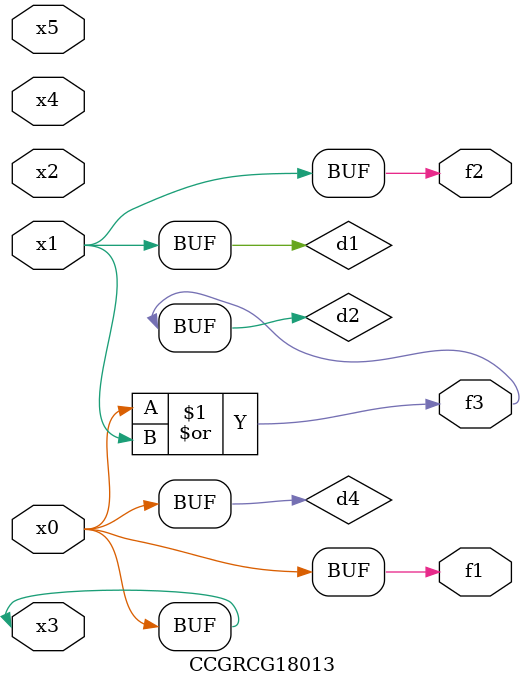
<source format=v>
module CCGRCG18013(
	input x0, x1, x2, x3, x4, x5,
	output f1, f2, f3
);

	wire d1, d2, d3, d4;

	and (d1, x1);
	or (d2, x0, x1);
	nand (d3, x0, x5);
	buf (d4, x0, x3);
	assign f1 = d4;
	assign f2 = d1;
	assign f3 = d2;
endmodule

</source>
